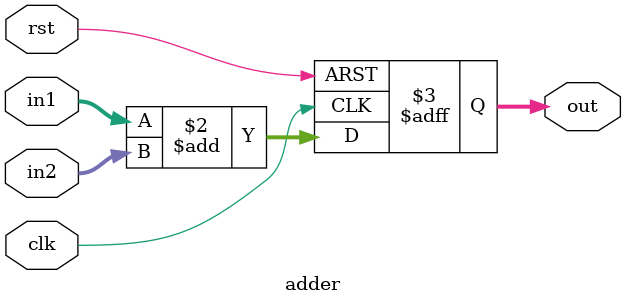
<source format=sv>

module adder (
  input clk,
  input rst,

  input [7:0] in1,
  input [7:0] in2,

  output reg [8:0] out
);

  always@(posedge clk or posedge rst) begin 
    if(rst)
      out <= 0;
    else
      out <= in1 + in2;
  end
endmodule

</source>
